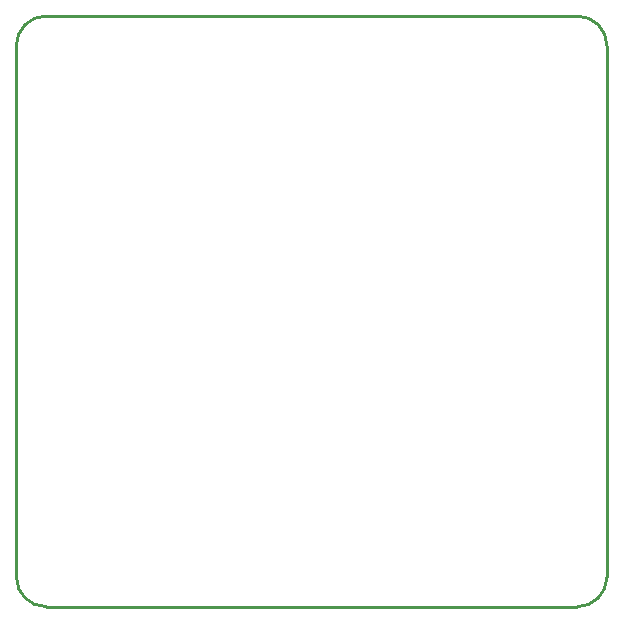
<source format=gko>
G04 Layer: BoardOutlineLayer*
G04 EasyEDA v6.5.9, 2022-07-22 04:57:57*
G04 840753d4bb104133846108dccaf676b4,987c639a94b84ffc8c6145f2c3ae8d38,10*
G04 Gerber Generator version 0.2*
G04 Scale: 100 percent, Rotated: No, Reflected: No *
G04 Dimensions in millimeters *
G04 leading zeros omitted , absolute positions ,4 integer and 5 decimal *
%FSLAX45Y45*%
%MOMM*%

%ADD10C,0.2540*%
D10*
X4999997Y4749995D02*
G01*
X4999997Y249994D01*
X0Y249994D02*
G01*
X0Y4749995D01*
X4749998Y-5D02*
G01*
X249999Y-5D01*
X249999Y4999995D02*
G01*
X4749998Y4999995D01*
G75*
G01*
X4749998Y4999995D02*
G02*
X4999998Y4749996I0J-249999D01*
G75*
G01*
X4999998Y249994D02*
G02*
X4749998Y-5I-250000J0D01*
G75*
G01*
X250000Y-5D02*
G02*
X0Y249994I0J249999D01*
G75*
G01*
X0Y4749996D02*
G02*
X250000Y4999995I250000J0D01*

%LPD*%
M02*

</source>
